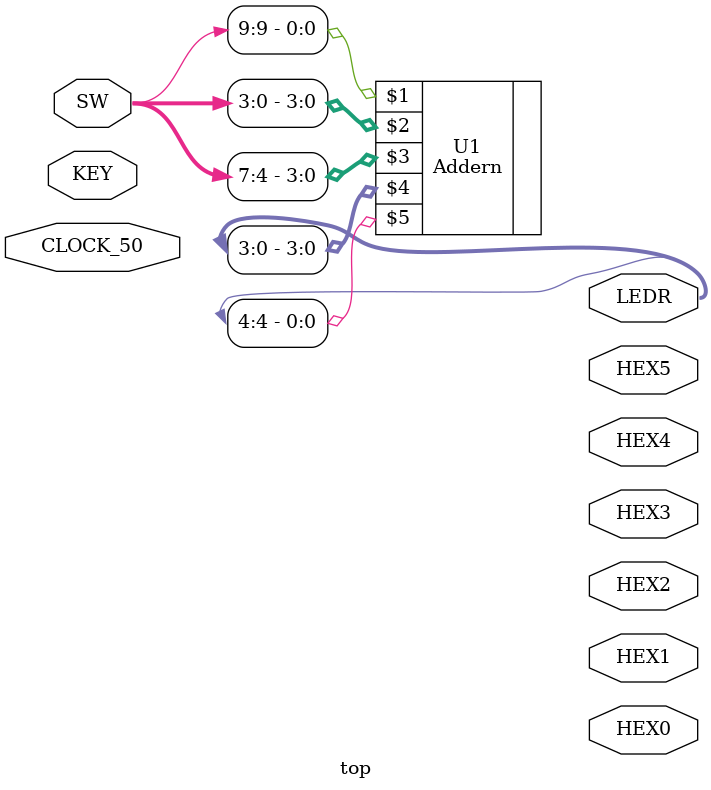
<source format=v>

module top (CLOCK_50, SW, KEY, LEDR, HEX0, HEX1, HEX2, HEX3, HEX4, HEX5);

    input CLOCK_50;             // DE-series 50 MHz clock signal
    input wire [9:0] SW;        // DE-series switches
    input wire [3:0] KEY;       // DE-series pushbuttons
    output wire [9:0] LEDR;     // DE-series LEDs   

    output wire [6:0] HEX0;     // DE-series HEX displays
    output wire [6:0] HEX1;
    output wire [6:0] HEX2;
    output wire [6:0] HEX3;
    output wire [6:0] HEX4;
    output wire [6:0] HEX5;

    Addern U1 (SW[9], SW[3:0], SW[7:4], LEDR[3:0], LEDR[4]);

endmodule


</source>
